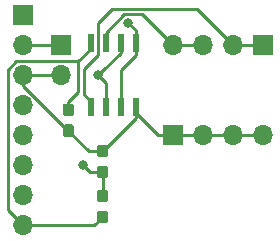
<source format=gbr>
G04 #@! TF.GenerationSoftware,KiCad,Pcbnew,(5.0.0-rc2-178-g3c7b91b96)*
G04 #@! TF.CreationDate,2018-08-09T16:31:39+02:00*
G04 #@! TF.ProjectId,pcb3,706362332E6B696361645F7063620000,rev?*
G04 #@! TF.SameCoordinates,Original*
G04 #@! TF.FileFunction,Copper,L1,Top,Signal*
G04 #@! TF.FilePolarity,Positive*
%FSLAX46Y46*%
G04 Gerber Fmt 4.6, Leading zero omitted, Abs format (unit mm)*
G04 Created by KiCad (PCBNEW (5.0.0-rc2-178-g3c7b91b96)) date 08/09/18 16:31:39*
%MOMM*%
%LPD*%
G01*
G04 APERTURE LIST*
G04 #@! TA.AperFunction,Conductor*
%ADD10C,0.100000*%
G04 #@! TD*
G04 #@! TA.AperFunction,SMDPad,CuDef*
%ADD11C,0.950000*%
G04 #@! TD*
G04 #@! TA.AperFunction,ComponentPad*
%ADD12R,1.700000X1.700000*%
G04 #@! TD*
G04 #@! TA.AperFunction,ComponentPad*
%ADD13O,1.700000X1.700000*%
G04 #@! TD*
G04 #@! TA.AperFunction,SMDPad,CuDef*
%ADD14R,0.600000X1.550000*%
G04 #@! TD*
G04 #@! TA.AperFunction,ViaPad*
%ADD15C,0.800000*%
G04 #@! TD*
G04 #@! TA.AperFunction,Conductor*
%ADD16C,0.250000*%
G04 #@! TD*
G04 APERTURE END LIST*
D10*
G04 #@! TO.N,/5V*
G04 #@! TO.C,C1*
G36*
X113290779Y-72261144D02*
X113313834Y-72264563D01*
X113336443Y-72270227D01*
X113358387Y-72278079D01*
X113379457Y-72288044D01*
X113399448Y-72300026D01*
X113418168Y-72313910D01*
X113435438Y-72329562D01*
X113451090Y-72346832D01*
X113464974Y-72365552D01*
X113476956Y-72385543D01*
X113486921Y-72406613D01*
X113494773Y-72428557D01*
X113500437Y-72451166D01*
X113503856Y-72474221D01*
X113505000Y-72497500D01*
X113505000Y-73072500D01*
X113503856Y-73095779D01*
X113500437Y-73118834D01*
X113494773Y-73141443D01*
X113486921Y-73163387D01*
X113476956Y-73184457D01*
X113464974Y-73204448D01*
X113451090Y-73223168D01*
X113435438Y-73240438D01*
X113418168Y-73256090D01*
X113399448Y-73269974D01*
X113379457Y-73281956D01*
X113358387Y-73291921D01*
X113336443Y-73299773D01*
X113313834Y-73305437D01*
X113290779Y-73308856D01*
X113267500Y-73310000D01*
X112792500Y-73310000D01*
X112769221Y-73308856D01*
X112746166Y-73305437D01*
X112723557Y-73299773D01*
X112701613Y-73291921D01*
X112680543Y-73281956D01*
X112660552Y-73269974D01*
X112641832Y-73256090D01*
X112624562Y-73240438D01*
X112608910Y-73223168D01*
X112595026Y-73204448D01*
X112583044Y-73184457D01*
X112573079Y-73163387D01*
X112565227Y-73141443D01*
X112559563Y-73118834D01*
X112556144Y-73095779D01*
X112555000Y-73072500D01*
X112555000Y-72497500D01*
X112556144Y-72474221D01*
X112559563Y-72451166D01*
X112565227Y-72428557D01*
X112573079Y-72406613D01*
X112583044Y-72385543D01*
X112595026Y-72365552D01*
X112608910Y-72346832D01*
X112624562Y-72329562D01*
X112641832Y-72313910D01*
X112660552Y-72300026D01*
X112680543Y-72288044D01*
X112701613Y-72278079D01*
X112723557Y-72270227D01*
X112746166Y-72264563D01*
X112769221Y-72261144D01*
X112792500Y-72260000D01*
X113267500Y-72260000D01*
X113290779Y-72261144D01*
X113290779Y-72261144D01*
G37*
D11*
G04 #@! TD*
G04 #@! TO.P,C1,1*
G04 #@! TO.N,/5V*
X113030000Y-72785000D03*
D10*
G04 #@! TO.N,/G*
G04 #@! TO.C,C1*
G36*
X113290779Y-74011144D02*
X113313834Y-74014563D01*
X113336443Y-74020227D01*
X113358387Y-74028079D01*
X113379457Y-74038044D01*
X113399448Y-74050026D01*
X113418168Y-74063910D01*
X113435438Y-74079562D01*
X113451090Y-74096832D01*
X113464974Y-74115552D01*
X113476956Y-74135543D01*
X113486921Y-74156613D01*
X113494773Y-74178557D01*
X113500437Y-74201166D01*
X113503856Y-74224221D01*
X113505000Y-74247500D01*
X113505000Y-74822500D01*
X113503856Y-74845779D01*
X113500437Y-74868834D01*
X113494773Y-74891443D01*
X113486921Y-74913387D01*
X113476956Y-74934457D01*
X113464974Y-74954448D01*
X113451090Y-74973168D01*
X113435438Y-74990438D01*
X113418168Y-75006090D01*
X113399448Y-75019974D01*
X113379457Y-75031956D01*
X113358387Y-75041921D01*
X113336443Y-75049773D01*
X113313834Y-75055437D01*
X113290779Y-75058856D01*
X113267500Y-75060000D01*
X112792500Y-75060000D01*
X112769221Y-75058856D01*
X112746166Y-75055437D01*
X112723557Y-75049773D01*
X112701613Y-75041921D01*
X112680543Y-75031956D01*
X112660552Y-75019974D01*
X112641832Y-75006090D01*
X112624562Y-74990438D01*
X112608910Y-74973168D01*
X112595026Y-74954448D01*
X112583044Y-74934457D01*
X112573079Y-74913387D01*
X112565227Y-74891443D01*
X112559563Y-74868834D01*
X112556144Y-74845779D01*
X112555000Y-74822500D01*
X112555000Y-74247500D01*
X112556144Y-74224221D01*
X112559563Y-74201166D01*
X112565227Y-74178557D01*
X112573079Y-74156613D01*
X112583044Y-74135543D01*
X112595026Y-74115552D01*
X112608910Y-74096832D01*
X112624562Y-74079562D01*
X112641832Y-74063910D01*
X112660552Y-74050026D01*
X112680543Y-74038044D01*
X112701613Y-74028079D01*
X112723557Y-74020227D01*
X112746166Y-74014563D01*
X112769221Y-74011144D01*
X112792500Y-74010000D01*
X113267500Y-74010000D01*
X113290779Y-74011144D01*
X113290779Y-74011144D01*
G37*
D11*
G04 #@! TD*
G04 #@! TO.P,C1,2*
G04 #@! TO.N,/G*
X113030000Y-74535000D03*
D12*
G04 #@! TO.P,J4,1*
G04 #@! TO.N,Net-(J1-Pad2)*
X112395000Y-67310000D03*
D13*
G04 #@! TO.P,J4,2*
G04 #@! TO.N,/G*
X112395000Y-69850000D03*
G04 #@! TD*
D14*
G04 #@! TO.P,U1,1*
G04 #@! TO.N,Net-(J2-Pad1)*
X114935000Y-72550000D03*
G04 #@! TO.P,U1,2*
G04 #@! TO.N,Net-(R1-Pad1)*
X116205000Y-72550000D03*
G04 #@! TO.P,U1,3*
G04 #@! TO.N,/PD2*
X117475000Y-72550000D03*
G04 #@! TO.P,U1,4*
G04 #@! TO.N,/G*
X118745000Y-72550000D03*
G04 #@! TO.P,U1,5*
G04 #@! TO.N,/PD2*
X118745000Y-67150000D03*
G04 #@! TO.P,U1,6*
G04 #@! TO.N,Net-(R1-Pad1)*
X117475000Y-67150000D03*
G04 #@! TO.P,U1,7*
G04 #@! TO.N,Net-(J2-Pad3)*
X116205000Y-67150000D03*
G04 #@! TO.P,U1,8*
G04 #@! TO.N,/5V*
X114935000Y-67150000D03*
G04 #@! TD*
D12*
G04 #@! TO.P,J2,1*
G04 #@! TO.N,Net-(J2-Pad1)*
X129540000Y-67310000D03*
D13*
G04 #@! TO.P,J2,2*
X127000000Y-67310000D03*
G04 #@! TO.P,J2,3*
G04 #@! TO.N,Net-(J2-Pad3)*
X124460000Y-67310000D03*
G04 #@! TO.P,J2,4*
X121920000Y-67310000D03*
G04 #@! TD*
D12*
G04 #@! TO.P,J3,1*
G04 #@! TO.N,/G*
X121920000Y-74930000D03*
D13*
G04 #@! TO.P,J3,2*
X124460000Y-74930000D03*
G04 #@! TO.P,J3,3*
X127000000Y-74930000D03*
G04 #@! TO.P,J3,4*
X129540000Y-74930000D03*
G04 #@! TD*
D12*
G04 #@! TO.P,J1,1*
G04 #@! TO.N,/PD2*
X109220000Y-64770000D03*
D13*
G04 #@! TO.P,J1,2*
G04 #@! TO.N,Net-(J1-Pad2)*
X109220000Y-67310000D03*
G04 #@! TO.P,J1,3*
G04 #@! TO.N,/G*
X109220000Y-69850000D03*
G04 #@! TO.P,J1,4*
G04 #@! TO.N,Net-(J1-Pad4)*
X109220000Y-72390000D03*
G04 #@! TO.P,J1,5*
G04 #@! TO.N,Net-(J1-Pad5)*
X109220000Y-74930000D03*
G04 #@! TO.P,J1,6*
G04 #@! TO.N,Net-(J1-Pad6)*
X109220000Y-77470000D03*
G04 #@! TO.P,J1,7*
G04 #@! TO.N,Net-(J1-Pad7)*
X109220000Y-80010000D03*
G04 #@! TO.P,J1,8*
G04 #@! TO.N,/5V*
X109220000Y-82550000D03*
G04 #@! TD*
D10*
G04 #@! TO.N,/G*
G04 #@! TO.C,R2*
G36*
X116214009Y-75753003D02*
X116237064Y-75756422D01*
X116259673Y-75762086D01*
X116281617Y-75769938D01*
X116302687Y-75779903D01*
X116322678Y-75791885D01*
X116341398Y-75805769D01*
X116358668Y-75821421D01*
X116374320Y-75838691D01*
X116388204Y-75857411D01*
X116400186Y-75877402D01*
X116410151Y-75898472D01*
X116418003Y-75920416D01*
X116423667Y-75943025D01*
X116427086Y-75966080D01*
X116428230Y-75989359D01*
X116428230Y-76564359D01*
X116427086Y-76587638D01*
X116423667Y-76610693D01*
X116418003Y-76633302D01*
X116410151Y-76655246D01*
X116400186Y-76676316D01*
X116388204Y-76696307D01*
X116374320Y-76715027D01*
X116358668Y-76732297D01*
X116341398Y-76747949D01*
X116322678Y-76761833D01*
X116302687Y-76773815D01*
X116281617Y-76783780D01*
X116259673Y-76791632D01*
X116237064Y-76797296D01*
X116214009Y-76800715D01*
X116190730Y-76801859D01*
X115715730Y-76801859D01*
X115692451Y-76800715D01*
X115669396Y-76797296D01*
X115646787Y-76791632D01*
X115624843Y-76783780D01*
X115603773Y-76773815D01*
X115583782Y-76761833D01*
X115565062Y-76747949D01*
X115547792Y-76732297D01*
X115532140Y-76715027D01*
X115518256Y-76696307D01*
X115506274Y-76676316D01*
X115496309Y-76655246D01*
X115488457Y-76633302D01*
X115482793Y-76610693D01*
X115479374Y-76587638D01*
X115478230Y-76564359D01*
X115478230Y-75989359D01*
X115479374Y-75966080D01*
X115482793Y-75943025D01*
X115488457Y-75920416D01*
X115496309Y-75898472D01*
X115506274Y-75877402D01*
X115518256Y-75857411D01*
X115532140Y-75838691D01*
X115547792Y-75821421D01*
X115565062Y-75805769D01*
X115583782Y-75791885D01*
X115603773Y-75779903D01*
X115624843Y-75769938D01*
X115646787Y-75762086D01*
X115669396Y-75756422D01*
X115692451Y-75753003D01*
X115715730Y-75751859D01*
X116190730Y-75751859D01*
X116214009Y-75753003D01*
X116214009Y-75753003D01*
G37*
D11*
G04 #@! TD*
G04 #@! TO.P,R2,2*
G04 #@! TO.N,/G*
X115953230Y-76276859D03*
D10*
G04 #@! TO.N,Net-(R1-Pad1)*
G04 #@! TO.C,R2*
G36*
X116214009Y-77503003D02*
X116237064Y-77506422D01*
X116259673Y-77512086D01*
X116281617Y-77519938D01*
X116302687Y-77529903D01*
X116322678Y-77541885D01*
X116341398Y-77555769D01*
X116358668Y-77571421D01*
X116374320Y-77588691D01*
X116388204Y-77607411D01*
X116400186Y-77627402D01*
X116410151Y-77648472D01*
X116418003Y-77670416D01*
X116423667Y-77693025D01*
X116427086Y-77716080D01*
X116428230Y-77739359D01*
X116428230Y-78314359D01*
X116427086Y-78337638D01*
X116423667Y-78360693D01*
X116418003Y-78383302D01*
X116410151Y-78405246D01*
X116400186Y-78426316D01*
X116388204Y-78446307D01*
X116374320Y-78465027D01*
X116358668Y-78482297D01*
X116341398Y-78497949D01*
X116322678Y-78511833D01*
X116302687Y-78523815D01*
X116281617Y-78533780D01*
X116259673Y-78541632D01*
X116237064Y-78547296D01*
X116214009Y-78550715D01*
X116190730Y-78551859D01*
X115715730Y-78551859D01*
X115692451Y-78550715D01*
X115669396Y-78547296D01*
X115646787Y-78541632D01*
X115624843Y-78533780D01*
X115603773Y-78523815D01*
X115583782Y-78511833D01*
X115565062Y-78497949D01*
X115547792Y-78482297D01*
X115532140Y-78465027D01*
X115518256Y-78446307D01*
X115506274Y-78426316D01*
X115496309Y-78405246D01*
X115488457Y-78383302D01*
X115482793Y-78360693D01*
X115479374Y-78337638D01*
X115478230Y-78314359D01*
X115478230Y-77739359D01*
X115479374Y-77716080D01*
X115482793Y-77693025D01*
X115488457Y-77670416D01*
X115496309Y-77648472D01*
X115506274Y-77627402D01*
X115518256Y-77607411D01*
X115532140Y-77588691D01*
X115547792Y-77571421D01*
X115565062Y-77555769D01*
X115583782Y-77541885D01*
X115603773Y-77529903D01*
X115624843Y-77519938D01*
X115646787Y-77512086D01*
X115669396Y-77506422D01*
X115692451Y-77503003D01*
X115715730Y-77501859D01*
X116190730Y-77501859D01*
X116214009Y-77503003D01*
X116214009Y-77503003D01*
G37*
D11*
G04 #@! TD*
G04 #@! TO.P,R2,1*
G04 #@! TO.N,Net-(R1-Pad1)*
X115953230Y-78026859D03*
D10*
G04 #@! TO.N,Net-(R1-Pad1)*
G04 #@! TO.C,R1*
G36*
X116214009Y-79563003D02*
X116237064Y-79566422D01*
X116259673Y-79572086D01*
X116281617Y-79579938D01*
X116302687Y-79589903D01*
X116322678Y-79601885D01*
X116341398Y-79615769D01*
X116358668Y-79631421D01*
X116374320Y-79648691D01*
X116388204Y-79667411D01*
X116400186Y-79687402D01*
X116410151Y-79708472D01*
X116418003Y-79730416D01*
X116423667Y-79753025D01*
X116427086Y-79776080D01*
X116428230Y-79799359D01*
X116428230Y-80374359D01*
X116427086Y-80397638D01*
X116423667Y-80420693D01*
X116418003Y-80443302D01*
X116410151Y-80465246D01*
X116400186Y-80486316D01*
X116388204Y-80506307D01*
X116374320Y-80525027D01*
X116358668Y-80542297D01*
X116341398Y-80557949D01*
X116322678Y-80571833D01*
X116302687Y-80583815D01*
X116281617Y-80593780D01*
X116259673Y-80601632D01*
X116237064Y-80607296D01*
X116214009Y-80610715D01*
X116190730Y-80611859D01*
X115715730Y-80611859D01*
X115692451Y-80610715D01*
X115669396Y-80607296D01*
X115646787Y-80601632D01*
X115624843Y-80593780D01*
X115603773Y-80583815D01*
X115583782Y-80571833D01*
X115565062Y-80557949D01*
X115547792Y-80542297D01*
X115532140Y-80525027D01*
X115518256Y-80506307D01*
X115506274Y-80486316D01*
X115496309Y-80465246D01*
X115488457Y-80443302D01*
X115482793Y-80420693D01*
X115479374Y-80397638D01*
X115478230Y-80374359D01*
X115478230Y-79799359D01*
X115479374Y-79776080D01*
X115482793Y-79753025D01*
X115488457Y-79730416D01*
X115496309Y-79708472D01*
X115506274Y-79687402D01*
X115518256Y-79667411D01*
X115532140Y-79648691D01*
X115547792Y-79631421D01*
X115565062Y-79615769D01*
X115583782Y-79601885D01*
X115603773Y-79589903D01*
X115624843Y-79579938D01*
X115646787Y-79572086D01*
X115669396Y-79566422D01*
X115692451Y-79563003D01*
X115715730Y-79561859D01*
X116190730Y-79561859D01*
X116214009Y-79563003D01*
X116214009Y-79563003D01*
G37*
D11*
G04 #@! TD*
G04 #@! TO.P,R1,1*
G04 #@! TO.N,Net-(R1-Pad1)*
X115953230Y-80086859D03*
D10*
G04 #@! TO.N,/5V*
G04 #@! TO.C,R1*
G36*
X116214009Y-81313003D02*
X116237064Y-81316422D01*
X116259673Y-81322086D01*
X116281617Y-81329938D01*
X116302687Y-81339903D01*
X116322678Y-81351885D01*
X116341398Y-81365769D01*
X116358668Y-81381421D01*
X116374320Y-81398691D01*
X116388204Y-81417411D01*
X116400186Y-81437402D01*
X116410151Y-81458472D01*
X116418003Y-81480416D01*
X116423667Y-81503025D01*
X116427086Y-81526080D01*
X116428230Y-81549359D01*
X116428230Y-82124359D01*
X116427086Y-82147638D01*
X116423667Y-82170693D01*
X116418003Y-82193302D01*
X116410151Y-82215246D01*
X116400186Y-82236316D01*
X116388204Y-82256307D01*
X116374320Y-82275027D01*
X116358668Y-82292297D01*
X116341398Y-82307949D01*
X116322678Y-82321833D01*
X116302687Y-82333815D01*
X116281617Y-82343780D01*
X116259673Y-82351632D01*
X116237064Y-82357296D01*
X116214009Y-82360715D01*
X116190730Y-82361859D01*
X115715730Y-82361859D01*
X115692451Y-82360715D01*
X115669396Y-82357296D01*
X115646787Y-82351632D01*
X115624843Y-82343780D01*
X115603773Y-82333815D01*
X115583782Y-82321833D01*
X115565062Y-82307949D01*
X115547792Y-82292297D01*
X115532140Y-82275027D01*
X115518256Y-82256307D01*
X115506274Y-82236316D01*
X115496309Y-82215246D01*
X115488457Y-82193302D01*
X115482793Y-82170693D01*
X115479374Y-82147638D01*
X115478230Y-82124359D01*
X115478230Y-81549359D01*
X115479374Y-81526080D01*
X115482793Y-81503025D01*
X115488457Y-81480416D01*
X115496309Y-81458472D01*
X115506274Y-81437402D01*
X115518256Y-81417411D01*
X115532140Y-81398691D01*
X115547792Y-81381421D01*
X115565062Y-81365769D01*
X115583782Y-81351885D01*
X115603773Y-81339903D01*
X115624843Y-81329938D01*
X115646787Y-81322086D01*
X115669396Y-81316422D01*
X115692451Y-81313003D01*
X115715730Y-81311859D01*
X116190730Y-81311859D01*
X116214009Y-81313003D01*
X116214009Y-81313003D01*
G37*
D11*
G04 #@! TD*
G04 #@! TO.P,R1,2*
G04 #@! TO.N,/5V*
X115953230Y-81836859D03*
D15*
G04 #@! TO.N,Net-(R1-Pad1)*
X114300000Y-77470000D03*
X115570000Y-69850000D03*
G04 #@! TO.N,/PD2*
X118110000Y-65405000D03*
G04 #@! TD*
D16*
G04 #@! TO.N,Net-(J2-Pad1)*
X129540000Y-67310000D02*
X127000000Y-67310000D01*
X114935000Y-72075000D02*
X114935000Y-72550000D01*
X123919990Y-64229990D02*
X116745010Y-64229990D01*
X127000000Y-67310000D02*
X123919990Y-64229990D01*
X116745010Y-64229990D02*
X115579999Y-65395001D01*
X114385000Y-71525000D02*
X114935000Y-72075000D01*
X115579999Y-65395001D02*
X115579999Y-68165003D01*
X115579999Y-68165003D02*
X114385000Y-69360002D01*
X114385000Y-69360002D02*
X114385000Y-71525000D01*
G04 #@! TO.N,Net-(J2-Pad3)*
X121070001Y-66460001D02*
X121920000Y-67310000D01*
X119289999Y-64679999D02*
X121070001Y-66460001D01*
X116205000Y-66236998D02*
X117761999Y-64679999D01*
X116205000Y-67150000D02*
X116205000Y-66236998D01*
X121920000Y-67310000D02*
X124460000Y-67310000D01*
X117761999Y-64679999D02*
X119289999Y-64679999D01*
G04 #@! TO.N,/5V*
X112700089Y-82550000D02*
X109220000Y-82550000D01*
X115953230Y-81836859D02*
X115240089Y-82550000D01*
X115240089Y-82550000D02*
X112700089Y-82550000D01*
X107950000Y-81280000D02*
X109220000Y-82550000D01*
X107950000Y-69380998D02*
X107950000Y-81280000D01*
X108655999Y-68674999D02*
X107950000Y-69380998D01*
X113885001Y-68674999D02*
X108655999Y-68674999D01*
X114935000Y-67625000D02*
X113885001Y-68674999D01*
X114935000Y-67150000D02*
X114935000Y-67625000D01*
X113885001Y-71304999D02*
X113885001Y-68674999D01*
X113030000Y-72160000D02*
X113885001Y-71304999D01*
X113030000Y-72785000D02*
X113030000Y-72160000D01*
G04 #@! TO.N,Net-(R1-Pad1)*
X115953230Y-78026859D02*
X115953230Y-80086859D01*
X115953230Y-78026859D02*
X114856859Y-78026859D01*
X114856859Y-78026859D02*
X114300000Y-77470000D01*
X116205000Y-70485000D02*
X115570000Y-69850000D01*
X116205000Y-72550000D02*
X116205000Y-70485000D01*
X115969999Y-69450001D02*
X115570000Y-69850000D01*
X117475000Y-67945000D02*
X115969999Y-69450001D01*
X117475000Y-67150000D02*
X117475000Y-67945000D01*
G04 #@! TO.N,/G*
X118745000Y-73485089D02*
X118745000Y-72550000D01*
X115953230Y-76276859D02*
X118745000Y-73485089D01*
X121920000Y-74930000D02*
X124460000Y-74930000D01*
X124460000Y-74930000D02*
X127000000Y-74930000D01*
X127000000Y-74930000D02*
X129540000Y-74930000D01*
X118745000Y-73025000D02*
X118745000Y-72550000D01*
X120650000Y-74930000D02*
X118745000Y-73025000D01*
X121920000Y-74930000D02*
X120650000Y-74930000D01*
X112395000Y-69850000D02*
X109220000Y-69850000D01*
X114771859Y-76276859D02*
X113030000Y-74535000D01*
X115953230Y-76276859D02*
X114771859Y-76276859D01*
X109220000Y-70725000D02*
X109220000Y-69850000D01*
X113030000Y-74535000D02*
X109220000Y-70725000D01*
G04 #@! TO.N,/PD2*
X117475000Y-71525000D02*
X117475000Y-72550000D01*
X117475000Y-69445000D02*
X117475000Y-71525000D01*
X118745000Y-68175000D02*
X117475000Y-69445000D01*
X118745000Y-67150000D02*
X118745000Y-68175000D01*
X118745000Y-67150000D02*
X118745000Y-66040000D01*
X118745000Y-66040000D02*
X118110000Y-65405000D01*
G04 #@! TO.N,Net-(J1-Pad2)*
X112395000Y-67310000D02*
X109220000Y-67310000D01*
G04 #@! TD*
M02*

</source>
